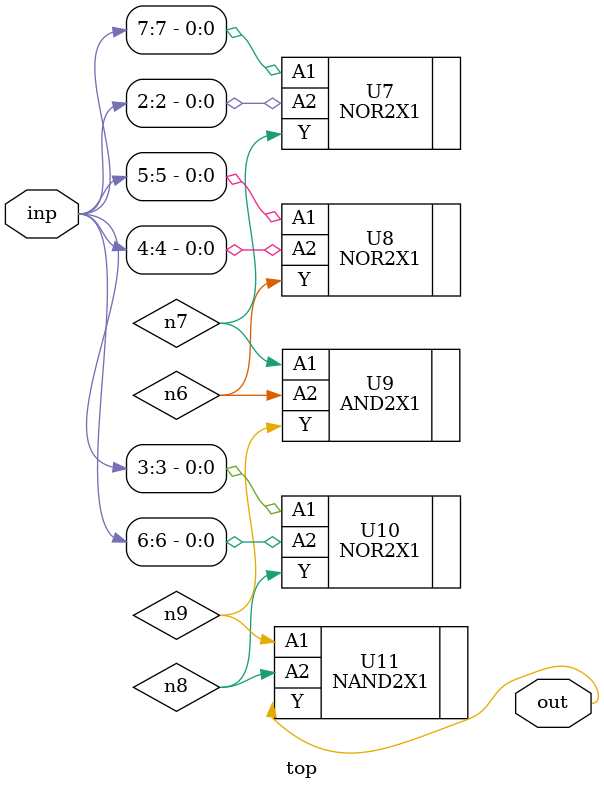
<source format=sv>


module top ( inp, out );
  input [7:0] inp;
  output out;
  wire   n6, n7, n8, n9;

  NOR2X1 U7 ( .A1(inp[7]), .A2(inp[2]), .Y(n7) );
  NOR2X1 U8 ( .A1(inp[5]), .A2(inp[4]), .Y(n6) );
  AND2X1 U9 ( .A1(n7), .A2(n6), .Y(n9) );
  NOR2X1 U10 ( .A1(inp[3]), .A2(inp[6]), .Y(n8) );
  NAND2X1 U11 ( .A1(n9), .A2(n8), .Y(out) );
endmodule


</source>
